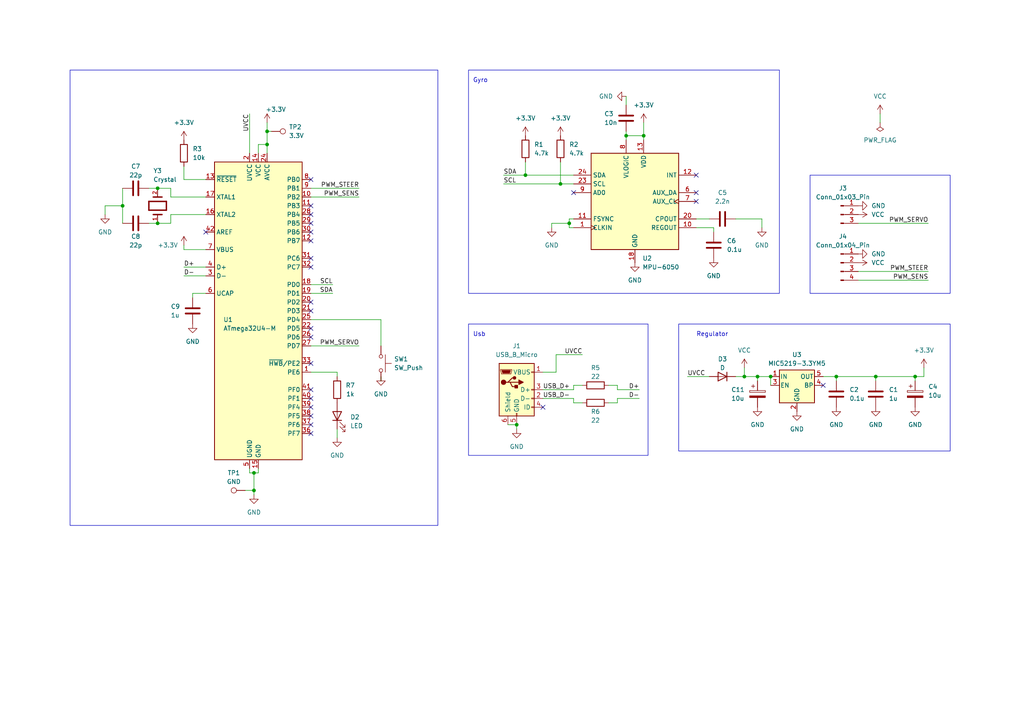
<source format=kicad_sch>
(kicad_sch (version 20230121) (generator eeschema)
  (paper "A4")
  (lib_symbols
    (symbol "Connector:Conn_01x03_Pin" (pin_names (offset 1.016) hide)
      (property "Reference" "J" (at 0 5.08 0))
      (property "Value" "Conn_01x03_Pin" (at 0 -5.08 0))
      (symbol "Conn_01x03_Pin_1_1"
        (polyline (pts (xy 1.27 -2.54) (xy 0.8636 -2.54)) (stroke (width 0.1524)))
        (polyline (pts (xy 1.27 0) (xy 0.8636 0)) (stroke (width 0.1524)))
        (polyline (pts (xy 1.27 2.54) (xy 0.8636 2.54)) (stroke (width 0.1524)))
        (rectangle (start 0.8636 -2.413) (end 0 -2.667) (stroke (width 0.1524)) (fill (type outline)))
        (rectangle (start 0.8636 0.127) (end 0 -0.127) (stroke (width 0.1524)) (fill (type outline)))
        (rectangle (start 0.8636 2.667) (end 0 2.413) (stroke (width 0.1524)) (fill (type outline)))
        (pin passive line (at 5.08 2.54 180) (length 3.81) (name "Pin_1") (number "1"))
        (pin passive line (at 5.08 0 180) (length 3.81) (name "Pin_2") (number "2"))
        (pin passive line (at 5.08 -2.54 180) (length 3.81) (name "Pin_3") (number "3"))
      )
    )
    (symbol "Connector:Conn_01x04_Pin" (pin_names (offset 1.016) hide)
      (property "Reference" "J" (at 0 5.08 0))
      (property "Value" "Conn_01x04_Pin" (at 0 -7.62 0))
      (symbol "Conn_01x04_Pin_1_1"
        (polyline (pts (xy 1.27 -5.08) (xy 0.8636 -5.08)) (stroke (width 0.1524)))
        (polyline (pts (xy 1.27 -2.54) (xy 0.8636 -2.54)) (stroke (width 0.1524)))
        (polyline (pts (xy 1.27 0) (xy 0.8636 0)) (stroke (width 0.1524)))
        (polyline (pts (xy 1.27 2.54) (xy 0.8636 2.54)) (stroke (width 0.1524)))
        (rectangle (start 0.8636 -4.953) (end 0 -5.207) (stroke (width 0.1524)) (fill (type outline)))
        (rectangle (start 0.8636 -2.413) (end 0 -2.667) (stroke (width 0.1524)) (fill (type outline)))
        (rectangle (start 0.8636 0.127) (end 0 -0.127) (stroke (width 0.1524)) (fill (type outline)))
        (rectangle (start 0.8636 2.667) (end 0 2.413) (stroke (width 0.1524)) (fill (type outline)))
        (pin passive line (at 5.08 2.54 180) (length 3.81) (name "Pin_1") (number "1"))
        (pin passive line (at 5.08 0 180) (length 3.81) (name "Pin_2") (number "2"))
        (pin passive line (at 5.08 -2.54 180) (length 3.81) (name "Pin_3") (number "3"))
        (pin passive line (at 5.08 -5.08 180) (length 3.81) (name "Pin_4") (number "4"))
      )
    )
    (symbol "Connector:TestPoint" (pin_numbers hide) (pin_names (offset 0.762) hide)
      (property "Reference" "TP" (at 0 6.858 0))
      (property "Value" "TestPoint" (at 0 5.08 0))
      (symbol "TestPoint_0_1"
        (circle (center 0 3.302) (radius 0.762))
      )
      (symbol "TestPoint_1_1"
        (pin passive line (at 0 0 90) (length 2.54) (name "1") (number "1"))
      )
    )
    (symbol "Connector:USB_B_Micro" (pin_names (offset 1.016))
      (property "Reference" "J" (at -5.08 11.43 0))
      (property "Value" "USB_B_Micro" (at -5.08 8.89 0))
      (symbol "USB_B_Micro_0_1"
        (rectangle (start -5.08 -7.62) (end 5.08 7.62) (stroke (width 0.254)) (fill (type background)))
        (circle (center -3.81 2.159) (radius 0.635) (stroke (width 0.254)) (fill (type outline)))
        (circle (center -0.635 3.429) (radius 0.381) (stroke (width 0.254)) (fill (type outline)))
        (rectangle (start -0.127 -7.62) (end 0.127 -6.858))
        (polyline (pts (xy -1.905 2.159) (xy 0.635 2.159)) (stroke (width 0.254)))
        (polyline (pts (xy -3.175 2.159) (xy -2.54 2.159) (xy -1.27 3.429) (xy -0.635 3.429)) (stroke (width 0.254)))
        (polyline (pts (xy -2.54 2.159) (xy -1.905 2.159) (xy -1.27 0.889) (xy 0 0.889)) (stroke (width 0.254)))
        (polyline (pts (xy 0.635 2.794) (xy 0.635 1.524) (xy 1.905 2.159) (xy 0.635 2.794)) (stroke (width 0.254)) (fill (type outline)))
        (polyline (pts (xy -4.318 5.588) (xy -1.778 5.588) (xy -2.032 4.826) (xy -4.064 4.826) (xy -4.318 5.588)) (fill (type outline)))
        (polyline (pts (xy -4.699 5.842) (xy -4.699 5.588) (xy -4.445 4.826) (xy -4.445 4.572) (xy -1.651 4.572) (xy -1.651 4.826) (xy -1.397 5.588) (xy -1.397 5.842) (xy -4.699 5.842)))
        (rectangle (start 0.254 1.27) (end -0.508 0.508) (stroke (width 0.254)) (fill (type outline)))
        (rectangle (start 5.08 -5.207) (end 4.318 -4.953))
        (rectangle (start 5.08 -2.667) (end 4.318 -2.413))
        (rectangle (start 5.08 -0.127) (end 4.318 0.127))
        (rectangle (start 5.08 4.953) (end 4.318 5.207))
      )
      (symbol "USB_B_Micro_1_1"
        (pin power_out line (at 7.62 5.08 180) (length 2.54) (name "VBUS") (number "1"))
        (pin bidirectional line (at 7.62 -2.54 180) (length 2.54) (name "D-") (number "2"))
        (pin bidirectional line (at 7.62 0 180) (length 2.54) (name "D+") (number "3"))
        (pin passive line (at 7.62 -5.08 180) (length 2.54) (name "ID") (number "4"))
        (pin power_out line (at 0 -10.16 90) (length 2.54) (name "GND") (number "5"))
        (pin passive line (at -2.54 -10.16 90) (length 2.54) (name "Shield") (number "6"))
      )
    )
    (symbol "Device:C" (pin_numbers hide) (pin_names (offset 0.254))
      (property "Reference" "C" (at 0.635 2.54 0))
      (property "Value" "C" (at 0.635 -2.54 0))
      (symbol "C_0_1"
        (polyline (pts (xy -2.032 -0.762) (xy 2.032 -0.762)) (stroke (width 0.508)))
        (polyline (pts (xy -2.032 0.762) (xy 2.032 0.762)) (stroke (width 0.508)))
      )
      (symbol "C_1_1"
        (pin passive line (at 0 3.81 270) (length 2.794) (name "~") (number "1"))
        (pin passive line (at 0 -3.81 90) (length 2.794) (name "~") (number "2"))
      )
    )
    (symbol "Device:C_Polarized" (pin_numbers hide) (pin_names (offset 0.254))
      (property "Reference" "C" (at 0.635 2.54 0))
      (property "Value" "C_Polarized" (at 0.635 -2.54 0))
      (symbol "C_Polarized_0_1"
        (rectangle (start -2.286 0.508) (end 2.286 1.016))
        (polyline (pts (xy -1.778 2.286) (xy -0.762 2.286)))
        (polyline (pts (xy -1.27 2.794) (xy -1.27 1.778)))
        (rectangle (start 2.286 -0.508) (end -2.286 -1.016) (fill (type outline)))
      )
      (symbol "C_Polarized_1_1"
        (pin passive line (at 0 3.81 270) (length 2.794) (name "~") (number "1"))
        (pin passive line (at 0 -3.81 90) (length 2.794) (name "~") (number "2"))
      )
    )
    (symbol "Device:D" (pin_numbers hide) (pin_names (offset 1.016) hide)
      (property "Reference" "D" (at 0 2.54 0))
      (property "Value" "D" (at 0 -2.54 0))
      (symbol "D_0_1"
        (polyline (pts (xy -1.27 1.27) (xy -1.27 -1.27)) (stroke (width 0.254)))
        (polyline (pts (xy 1.27 0) (xy -1.27 0)))
        (polyline (pts (xy 1.27 1.27) (xy 1.27 -1.27) (xy -1.27 0) (xy 1.27 1.27)) (stroke (width 0.254)))
      )
      (symbol "D_1_1"
        (pin passive line (at -3.81 0 0) (length 2.54) (name "K") (number "1"))
        (pin passive line (at 3.81 0 180) (length 2.54) (name "A") (number "2"))
      )
    )
    (symbol "Device:LED" (pin_numbers hide) (pin_names (offset 1.016) hide)
      (property "Reference" "D" (at 0 2.54 0))
      (property "Value" "LED" (at 0 -2.54 0))
      (symbol "LED_0_1"
        (polyline (pts (xy -1.27 -1.27) (xy -1.27 1.27)) (stroke (width 0.254)))
        (polyline (pts (xy -1.27 0) (xy 1.27 0)))
        (polyline (pts (xy 1.27 -1.27) (xy 1.27 1.27) (xy -1.27 0) (xy 1.27 -1.27)) (stroke (width 0.254)))
        (polyline (pts (xy -3.048 -0.762) (xy -4.572 -2.286) (xy -3.81 -2.286) (xy -4.572 -2.286) (xy -4.572 -1.524)))
        (polyline (pts (xy -1.778 -0.762) (xy -3.302 -2.286) (xy -2.54 -2.286) (xy -3.302 -2.286) (xy -3.302 -1.524)))
      )
      (symbol "LED_1_1"
        (pin passive line (at -3.81 0 0) (length 2.54) (name "K") (number "1"))
        (pin passive line (at 3.81 0 180) (length 2.54) (name "A") (number "2"))
      )
    )
    (symbol "Device:R" (pin_numbers hide) (pin_names (offset 0))
      (property "Reference" "R" (at 2.032 0 90))
      (property "Value" "R" (at 0 0 90))
      (symbol "R_0_1"
        (rectangle (start -1.016 -2.54) (end 1.016 2.54) (stroke (width 0.254)))
      )
      (symbol "R_1_1"
        (pin passive line (at 0 3.81 270) (length 1.27) (name "~") (number "1"))
        (pin passive line (at 0 -3.81 90) (length 1.27) (name "~") (number "2"))
      )
    )
    (symbol "MCU_Microchip_ATmega:ATmega32U4-M"
      (property "Reference" "U" (at -12.7 44.45 0))
      (property "Value" "ATmega32U4-M" (at 2.54 -44.45 0))
      (symbol "ATmega32U4-M_0_1"
        (rectangle (start -12.7 -43.18) (end 12.7 43.18) (stroke (width 0.254)) (fill (type background)))
      )
      (symbol "ATmega32U4-M_1_1"
        (pin bidirectional line (at 15.24 -17.78 180) (length 2.54) (name "PE6") (number "1"))
        (pin bidirectional line (at 15.24 33.02 180) (length 2.54) (name "PB2") (number "10"))
        (pin bidirectional line (at 15.24 30.48 180) (length 2.54) (name "PB3") (number "11"))
        (pin bidirectional line (at 15.24 20.32 180) (length 2.54) (name "PB7") (number "12"))
        (pin input line (at -15.24 38.1 0) (length 2.54) (name "~{RESET}") (number "13"))
        (pin power_in line (at 0 45.72 270) (length 2.54) (name "VCC") (number "14"))
        (pin power_in line (at 0 -45.72 90) (length 2.54) (name "GND") (number "15"))
        (pin output line (at -15.24 27.94 0) (length 2.54) (name "XTAL2") (number "16"))
        (pin input line (at -15.24 33.02 0) (length 2.54) (name "XTAL1") (number "17"))
        (pin bidirectional line (at 15.24 7.62 180) (length 2.54) (name "PD0") (number "18"))
        (pin bidirectional line (at 15.24 5.08 180) (length 2.54) (name "PD1") (number "19"))
        (pin power_in line (at -2.54 45.72 270) (length 2.54) (name "UVCC") (number "2"))
        (pin bidirectional line (at 15.24 2.54 180) (length 2.54) (name "PD2") (number "20"))
        (pin bidirectional line (at 15.24 0 180) (length 2.54) (name "PD3") (number "21"))
        (pin bidirectional line (at 15.24 -5.08 180) (length 2.54) (name "PD5") (number "22"))
        (pin passive line (at 0 -45.72 90) (length 2.54) hide (name "GND") (number "23"))
        (pin power_in line (at 2.54 45.72 270) (length 2.54) (name "AVCC") (number "24"))
        (pin bidirectional line (at 15.24 -2.54 180) (length 2.54) (name "PD4") (number "25"))
        (pin bidirectional line (at 15.24 -7.62 180) (length 2.54) (name "PD6") (number "26"))
        (pin bidirectional line (at 15.24 -10.16 180) (length 2.54) (name "PD7") (number "27"))
        (pin bidirectional line (at 15.24 27.94 180) (length 2.54) (name "PB4") (number "28"))
        (pin bidirectional line (at 15.24 25.4 180) (length 2.54) (name "PB5") (number "29"))
        (pin bidirectional line (at -15.24 10.16 0) (length 2.54) (name "D-") (number "3"))
        (pin bidirectional line (at 15.24 22.86 180) (length 2.54) (name "PB6") (number "30"))
        (pin bidirectional line (at 15.24 15.24 180) (length 2.54) (name "PC6") (number "31"))
        (pin bidirectional line (at 15.24 12.7 180) (length 2.54) (name "PC7") (number "32"))
        (pin bidirectional line (at 15.24 -15.24 180) (length 2.54) (name "~{HWB}/PE2") (number "33"))
        (pin passive line (at 0 45.72 270) (length 2.54) hide (name "VCC") (number "34"))
        (pin passive line (at 0 -45.72 90) (length 2.54) hide (name "GND") (number "35"))
        (pin bidirectional line (at 15.24 -35.56 180) (length 2.54) (name "PF7") (number "36"))
        (pin bidirectional line (at 15.24 -33.02 180) (length 2.54) (name "PF6") (number "37"))
        (pin bidirectional line (at 15.24 -30.48 180) (length 2.54) (name "PF5") (number "38"))
        (pin bidirectional line (at 15.24 -27.94 180) (length 2.54) (name "PF4") (number "39"))
        (pin bidirectional line (at -15.24 12.7 0) (length 2.54) (name "D+") (number "4"))
        (pin bidirectional line (at 15.24 -25.4 180) (length 2.54) (name "PF1") (number "40"))
        (pin bidirectional line (at 15.24 -22.86 180) (length 2.54) (name "PF0") (number "41"))
        (pin passive line (at -15.24 22.86 0) (length 2.54) (name "AREF") (number "42"))
        (pin passive line (at 0 -45.72 90) (length 2.54) hide (name "GND") (number "43"))
        (pin passive line (at 2.54 45.72 270) (length 2.54) hide (name "AVCC") (number "44"))
        (pin passive line (at 0 -45.72 90) (length 2.54) hide (name "GND") (number "45"))
        (pin passive line (at -2.54 -45.72 90) (length 2.54) (name "UGND") (number "5"))
        (pin passive line (at -15.24 5.08 0) (length 2.54) (name "UCAP") (number "6"))
        (pin input line (at -15.24 17.78 0) (length 2.54) (name "VBUS") (number "7"))
        (pin bidirectional line (at 15.24 38.1 180) (length 2.54) (name "PB0") (number "8"))
        (pin bidirectional line (at 15.24 35.56 180) (length 2.54) (name "PB1") (number "9"))
      )
    )
    (symbol "Regulator_Linear:MIC5219-3.3YM5" (pin_names (offset 0.254))
      (property "Reference" "U" (at -3.81 5.715 0))
      (property "Value" "MIC5219-3.3YM5" (at 0 5.715 0))
      (symbol "MIC5219-3.3YM5_0_1"
        (rectangle (start -5.08 4.445) (end 5.08 -5.08) (stroke (width 0.254)) (fill (type background)))
      )
      (symbol "MIC5219-3.3YM5_1_1"
        (pin power_in line (at -7.62 2.54 0) (length 2.54) (name "IN") (number "1"))
        (pin power_in line (at 0 -7.62 90) (length 2.54) (name "GND") (number "2"))
        (pin input line (at -7.62 0 0) (length 2.54) (name "EN") (number "3"))
        (pin input line (at 7.62 0 180) (length 2.54) (name "BP") (number "4"))
        (pin power_out line (at 7.62 2.54 180) (length 2.54) (name "OUT") (number "5"))
      )
    )
    (symbol "Sensor_Motion:MPU-6050"
      (property "Reference" "U" (at -11.43 13.97 0))
      (property "Value" "MPU-6050" (at 7.62 -15.24 0))
      (symbol "MPU-6050_0_0"
        (text "" (at 12.7 -2.54 0) (effects (font (size 1.27 1.27))))
      )
      (symbol "MPU-6050_0_1"
        (rectangle (start -12.7 13.97) (end 12.7 -13.97) (stroke (width 0.254)) (fill (type background)))
      )
      (symbol "MPU-6050_1_1"
        (pin input clock (at -17.78 -7.62 0) (length 5.08) (name "CLKIN") (number "1"))
        (pin passive line (at 17.78 -7.62 180) (length 5.08) (name "REGOUT") (number "10"))
        (pin input line (at -17.78 -5.08 0) (length 5.08) (name "FSYNC") (number "11"))
        (pin output line (at 17.78 7.62 180) (length 5.08) (name "INT") (number "12"))
        (pin power_in line (at 2.54 17.78 270) (length 3.81) (name "VDD") (number "13"))
        (pin no_connect line (at -12.7 -10.16 0) (length 2.54) hide (name "NC") (number "14"))
        (pin no_connect line (at 12.7 12.7 180) (length 2.54) hide (name "NC") (number "15"))
        (pin no_connect line (at 12.7 10.16 180) (length 2.54) hide (name "NC") (number "16"))
        (pin no_connect line (at 12.7 5.08 180) (length 2.54) hide (name "NC") (number "17"))
        (pin power_in line (at 0 -17.78 90) (length 3.81) (name "GND") (number "18"))
        (pin no_connect line (at 12.7 -10.16 180) (length 2.54) hide (name "RESV") (number "19"))
        (pin no_connect line (at -12.7 12.7 0) (length 2.54) hide (name "NC") (number "2"))
        (pin passive line (at 17.78 -5.08 180) (length 5.08) (name "CPOUT") (number "20"))
        (pin no_connect line (at 12.7 -2.54 180) (length 2.54) hide (name "RESV") (number "21"))
        (pin no_connect line (at 12.7 -12.7 180) (length 2.54) hide (name "RESV") (number "22"))
        (pin input line (at -17.78 5.08 0) (length 5.08) (name "SCL") (number "23"))
        (pin bidirectional line (at -17.78 7.62 0) (length 5.08) (name "SDA") (number "24"))
        (pin no_connect line (at -12.7 10.16 0) (length 2.54) hide (name "NC") (number "3"))
        (pin no_connect line (at -12.7 0 0) (length 2.54) hide (name "NC") (number "4"))
        (pin no_connect line (at -12.7 -2.54 0) (length 2.54) hide (name "NC") (number "5"))
        (pin bidirectional line (at 17.78 2.54 180) (length 5.08) (name "AUX_DA") (number "6"))
        (pin output clock (at 17.78 0 180) (length 5.08) (name "AUX_CL") (number "7"))
        (pin power_in line (at -2.54 17.78 270) (length 3.81) (name "VLOGIC") (number "8"))
        (pin input line (at -17.78 2.54 0) (length 5.08) (name "AD0") (number "9"))
      )
    )
    (symbol "Switch:SW_Push" (pin_numbers hide) (pin_names (offset 1.016) hide)
      (property "Reference" "SW" (at 1.27 2.54 0))
      (property "Value" "SW_Push" (at 0 -1.524 0))
      (symbol "SW_Push_0_1"
        (circle (center -2.032 0) (radius 0.508))
        (polyline (pts (xy 0 1.27) (xy 0 3.048)))
        (polyline (pts (xy 2.54 1.27) (xy -2.54 1.27)))
        (circle (center 2.032 0) (radius 0.508))
        (pin passive line (at -5.08 0 0) (length 2.54) (name "1") (number "1"))
        (pin passive line (at 5.08 0 180) (length 2.54) (name "2") (number "2"))
      )
    )
    (symbol "arduino_micro_crystal:arduino_micro_crystal" (pin_names (offset 1.016))
      (property "Reference" "Y" (at 0 3.81 0))
      (property "Value" "Crystal" (at -2.54 -5.08 0))
      (symbol "arduino_micro_crystal_0_0"
        (polyline (pts (xy -5.08 0) (xy -2.54 0)) (stroke (width 0.1524)))
        (polyline (pts (xy -2.54 1.27) (xy -2.54 -1.27)) (stroke (width 0.4064)))
        (polyline (pts (xy -1.27 2.54) (xy -1.27 -2.54)) (stroke (width 0.4064)))
        (polyline (pts (xy -1.27 2.54) (xy 1.27 2.54)) (stroke (width 0.4064)))
        (polyline (pts (xy 1.27 -2.54) (xy -1.27 -2.54)) (stroke (width 0.4064)))
        (polyline (pts (xy 1.27 2.54) (xy 1.27 -2.54)) (stroke (width 0.4064)))
        (polyline (pts (xy 2.54 0) (xy 5.08 0)) (stroke (width 0.1524)))
        (polyline (pts (xy 2.54 1.27) (xy 2.54 -1.27)) (stroke (width 0.4064)))
      )
      (symbol "arduino_micro_crystal_1_0"
        (pin passive line (at -5.08 0 0) (length 2.54) (name "~") (number "1"))
        (pin passive line (at 5.08 0 180) (length 2.54) (name "~") (number "2"))
      )
    )
    (symbol "power:+3.3V" (power) (pin_names (offset 0))
      (property "Value" "+3.3V" (at 0 3.556 0))
      (symbol "+3.3V_0_1"
        (polyline (pts (xy -0.762 1.27) (xy 0 2.54)))
        (polyline (pts (xy 0 0) (xy 0 2.54)))
        (polyline (pts (xy 0 2.54) (xy 0.762 1.27)))
      )
      (symbol "+3.3V_1_1"
        (pin power_in line (at 0 0 90) (length 0) hide (name "+3.3V") (number "1"))
      )
    )
    (symbol "power:GND" (power) (pin_names (offset 0))
      (property "Value" "GND" (at 0 -3.81 0))
      (symbol "GND_0_1"
        (polyline (pts (xy 0 0) (xy 0 -1.27) (xy 1.27 -1.27) (xy 0 -2.54) (xy -1.27 -1.27) (xy 0 -1.27)))
      )
      (symbol "GND_1_1"
        (pin power_in line (at 0 0 270) (length 0) hide (name "GND") (number "1"))
      )
    )
    (symbol "power:PWR_FLAG" (power) (pin_numbers hide) (pin_names (offset 0) hide)
      (property "Value" "PWR_FLAG" (at 0 3.81 0))
      (symbol "PWR_FLAG_0_0"
        (pin power_out line (at 0 0 90) (length 0) (name "pwr") (number "1"))
      )
      (symbol "PWR_FLAG_0_1"
        (polyline (pts (xy 0 0) (xy 0 1.27) (xy -1.016 1.905) (xy 0 2.54) (xy 1.016 1.905) (xy 0 1.27)))
      )
    )
    (symbol "power:VCC" (power) (pin_names (offset 0))
      (property "Value" "VCC" (at 0 3.81 0))
      (symbol "VCC_0_1"
        (polyline (pts (xy -0.762 1.27) (xy 0 2.54)))
        (polyline (pts (xy 0 0) (xy 0 2.54)))
        (polyline (pts (xy 0 2.54) (xy 0.762 1.27)))
      )
      (symbol "VCC_1_1"
        (pin power_in line (at 0 0 90) (length 0) hide (name "VCC") (number "1"))
      )
    )
  )
  (junction (at 215.9 109.22))
  (junction (at 149.86 123.19))
  (junction (at 223.52 109.22))
  (junction (at 242.57 109.22))
  (junction (at 77.47 41.91))
  (junction (at 162.56 53.34))
  (junction (at 219.71 109.22))
  (junction (at 254 109.22))
  (junction (at 77.47 38.1))
  (junction (at 165.1 64.77))
  (junction (at 35.56 59.69))
  (junction (at 181.61 39.37))
  (junction (at 152.4 50.8))
  (junction (at 265.43 109.22))
  (junction (at 45.72 64.77))
  (junction (at 45.72 54.61))
  (junction (at 73.66 137.16))
  (junction (at 186.69 39.37))
  (junction (at 73.66 142.24))
  (no_connect (at 90.17 52.07))
  (no_connect (at 90.17 113.03))
  (no_connect (at 90.17 95.25))
  (no_connect (at 90.17 125.73))
  (no_connect (at 90.17 74.93))
  (no_connect (at 90.17 87.63))
  (no_connect (at 90.17 67.31))
  (no_connect (at 201.93 58.42))
  (no_connect (at 90.17 97.79))
  (no_connect (at 238.76 111.76))
  (no_connect (at 90.17 115.57))
  (no_connect (at 90.17 69.85))
  (no_connect (at 157.48 118.11))
  (no_connect (at 90.17 64.77))
  (no_connect (at 90.17 77.47))
  (no_connect (at 90.17 59.69))
  (no_connect (at 90.17 118.11))
  (no_connect (at 90.17 90.17))
  (no_connect (at 166.37 55.88))
  (no_connect (at 201.93 55.88))
  (no_connect (at 201.93 50.8))
  (no_connect (at 90.17 120.65))
  (no_connect (at 90.17 123.19))
  (no_connect (at 90.17 105.41))
  (no_connect (at 59.69 67.31))
  (no_connect (at 90.17 62.23))
  (wire (pts (xy 161.29 107.95) (xy 157.48 107.95)))
  (wire (pts (xy 35.56 59.69) (xy 35.56 64.77)))
  (wire (pts (xy 254 109.22) (xy 254 110.49)))
  (wire (pts (xy 215.9 109.22) (xy 215.9 106.68)))
  (wire (pts (xy 242.57 109.22) (xy 254 109.22)))
  (wire (pts (xy 53.34 72.39) (xy 59.69 72.39)))
  (wire (pts (xy 267.97 109.22) (xy 267.97 106.68)))
  (wire (pts (xy 59.69 52.07) (xy 53.34 52.07)))
  (wire (pts (xy 166.37 113.03) (xy 166.37 111.76)))
  (wire (pts (xy 72.39 137.16) (xy 72.39 135.89)))
  (wire (pts (xy 201.93 66.04) (xy 207.01 66.04)))
  (wire (pts (xy 165.1 63.5) (xy 166.37 63.5)))
  (wire (pts (xy 110.49 92.71) (xy 90.17 92.71)))
  (wire (pts (xy 90.17 85.09) (xy 96.52 85.09)))
  (wire (pts (xy 162.56 53.34) (xy 166.37 53.34)))
  (wire (pts (xy 77.47 38.1) (xy 77.47 41.91)))
  (wire (pts (xy 162.56 46.99) (xy 162.56 53.34)))
  (wire (pts (xy 220.98 63.5) (xy 213.36 63.5)))
  (wire (pts (xy 254 109.22) (xy 265.43 109.22)))
  (wire (pts (xy 71.12 142.24) (xy 73.66 142.24)))
  (wire (pts (xy 166.37 111.76) (xy 168.91 111.76)))
  (wire (pts (xy 35.56 54.61) (xy 35.56 59.69)))
  (wire (pts (xy 179.07 116.84) (xy 176.53 116.84)))
  (wire (pts (xy 146.05 53.34) (xy 162.56 53.34)))
  (wire (pts (xy 90.17 100.33) (xy 104.14 100.33)))
  (wire (pts (xy 157.48 115.57) (xy 166.37 115.57)))
  (wire (pts (xy 72.39 137.16) (xy 73.66 137.16)))
  (wire (pts (xy 45.72 54.61) (xy 49.53 54.61)))
  (wire (pts (xy 176.53 111.76) (xy 179.07 111.76)))
  (wire (pts (xy 149.86 124.46) (xy 149.86 123.19)))
  (wire (pts (xy 30.48 59.69) (xy 30.48 62.23)))
  (wire (pts (xy 74.93 137.16) (xy 74.93 135.89)))
  (wire (pts (xy 185.42 115.57) (xy 179.07 115.57)))
  (wire (pts (xy 49.53 62.23) (xy 59.69 62.23)))
  (wire (pts (xy 181.61 39.37) (xy 181.61 40.64)))
  (wire (pts (xy 165.1 63.5) (xy 165.1 64.77)))
  (wire (pts (xy 97.79 107.95) (xy 97.79 109.22)))
  (wire (pts (xy 49.53 62.23) (xy 49.53 64.77)))
  (wire (pts (xy 72.39 33.02) (xy 72.39 44.45)))
  (wire (pts (xy 181.61 39.37) (xy 186.69 39.37)))
  (wire (pts (xy 43.18 64.77) (xy 45.72 64.77)))
  (wire (pts (xy 265.43 109.22) (xy 267.97 109.22)))
  (wire (pts (xy 74.93 41.91) (xy 74.93 44.45)))
  (wire (pts (xy 77.47 41.91) (xy 77.47 44.45)))
  (wire (pts (xy 73.66 142.24) (xy 73.66 137.16)))
  (wire (pts (xy 165.1 66.04) (xy 166.37 66.04)))
  (wire (pts (xy 74.93 41.91) (xy 77.47 41.91)))
  (wire (pts (xy 49.53 57.15) (xy 49.53 54.61)))
  (wire (pts (xy 53.34 77.47) (xy 59.69 77.47)))
  (wire (pts (xy 179.07 111.76) (xy 179.07 113.03)))
  (wire (pts (xy 179.07 113.03) (xy 185.42 113.03)))
  (wire (pts (xy 220.98 66.04) (xy 220.98 63.5)))
  (wire (pts (xy 248.92 81.28) (xy 269.24 81.28)))
  (wire (pts (xy 186.69 35.56) (xy 186.69 39.37)))
  (wire (pts (xy 161.29 102.87) (xy 161.29 107.95)))
  (wire (pts (xy 73.66 137.16) (xy 74.93 137.16)))
  (wire (pts (xy 53.34 80.01) (xy 59.69 80.01)))
  (wire (pts (xy 110.49 110.49) (xy 110.49 109.22)))
  (wire (pts (xy 90.17 57.15) (xy 104.14 57.15)))
  (wire (pts (xy 255.27 33.02) (xy 255.27 35.56)))
  (wire (pts (xy 90.17 107.95) (xy 97.79 107.95)))
  (wire (pts (xy 55.88 85.09) (xy 55.88 86.36)))
  (wire (pts (xy 147.32 123.19) (xy 149.86 123.19)))
  (wire (pts (xy 213.36 109.22) (xy 215.9 109.22)))
  (wire (pts (xy 168.91 116.84) (xy 166.37 116.84)))
  (wire (pts (xy 186.69 39.37) (xy 186.69 40.64)))
  (wire (pts (xy 77.47 35.56) (xy 77.47 38.1)))
  (wire (pts (xy 207.01 66.04) (xy 207.01 67.31)))
  (wire (pts (xy 45.72 64.77) (xy 49.53 64.77)))
  (wire (pts (xy 219.71 110.49) (xy 219.71 109.22)))
  (wire (pts (xy 181.61 38.1) (xy 181.61 39.37)))
  (wire (pts (xy 90.17 82.55) (xy 96.52 82.55)))
  (wire (pts (xy 97.79 127) (xy 97.79 124.46)))
  (wire (pts (xy 248.92 64.77) (xy 269.24 64.77)))
  (wire (pts (xy 248.92 78.74) (xy 269.24 78.74)))
  (wire (pts (xy 265.43 109.22) (xy 265.43 110.49)))
  (wire (pts (xy 181.61 27.94) (xy 181.61 30.48)))
  (wire (pts (xy 59.69 85.09) (xy 55.88 85.09)))
  (wire (pts (xy 199.39 109.22) (xy 205.74 109.22)))
  (wire (pts (xy 30.48 59.69) (xy 35.56 59.69)))
  (wire (pts (xy 53.34 72.39) (xy 53.34 71.12)))
  (wire (pts (xy 219.71 109.22) (xy 223.52 109.22)))
  (wire (pts (xy 90.17 54.61) (xy 104.14 54.61)))
  (wire (pts (xy 157.48 113.03) (xy 166.37 113.03)))
  (wire (pts (xy 49.53 57.15) (xy 59.69 57.15)))
  (wire (pts (xy 223.52 109.22) (xy 223.52 111.76)))
  (wire (pts (xy 146.05 50.8) (xy 152.4 50.8)))
  (wire (pts (xy 152.4 46.99) (xy 152.4 50.8)))
  (wire (pts (xy 77.47 38.1) (xy 78.74 38.1)))
  (wire (pts (xy 110.49 100.33) (xy 110.49 92.71)))
  (wire (pts (xy 238.76 109.22) (xy 242.57 109.22)))
  (wire (pts (xy 161.29 102.87) (xy 168.91 102.87)))
  (wire (pts (xy 160.02 64.77) (xy 165.1 64.77)))
  (wire (pts (xy 160.02 64.77) (xy 160.02 66.04)))
  (wire (pts (xy 242.57 110.49) (xy 242.57 109.22)))
  (wire (pts (xy 165.1 64.77) (xy 165.1 66.04)))
  (wire (pts (xy 215.9 109.22) (xy 219.71 109.22)))
  (wire (pts (xy 43.18 54.61) (xy 45.72 54.61)))
  (wire (pts (xy 73.66 143.51) (xy 73.66 142.24)))
  (wire (pts (xy 166.37 116.84) (xy 166.37 115.57)))
  (wire (pts (xy 201.93 63.5) (xy 205.74 63.5)))
  (wire (pts (xy 152.4 50.8) (xy 166.37 50.8)))
  (wire (pts (xy 53.34 52.07) (xy 53.34 48.26)))
  (wire (pts (xy 179.07 115.57) (xy 179.07 116.84)))
  (rectangle (start 234.95 50.8) (end 275.59 85.09))
  (rectangle (start 20.32 20.32) (end 127 152.4))
  (rectangle (start 135.89 20.32) (end 226.06 85.09))
  (rectangle (start 135.89 93.98) (end 187.96 132.08))
  (rectangle (start 196.85 93.98) (end 275.59 130.81))
  (text "Regulator" (at 201.93 97.79 0) (effects (font (size 1.27 1.27)) (justify left bottom)))
  (text "Usb" (at 137.16 97.79 0) (effects (font (size 1.27 1.27)) (justify left bottom)))
  (text "Gyro" (at 137.16 24.13 0) (effects (font (size 1.27 1.27)) (justify left bottom)))
  (label "D+" (at 185.42 113.03 180))
  (label "USB_D+" (at 157.48 113.03 0))
  (label "SCL" (at 96.52 82.55 180))
  (label "PWM_STEER" (at 104.14 54.61 180))
  (label "PWM_SENS" (at 104.14 57.15 180))
  (label "D-" (at 53.34 80.01 0))
  (label "UVCC" (at 199.39 109.22 0))
  (label "UVCC" (at 72.39 33.02 270))
  (label "D-" (at 185.42 115.57 180))
  (label "PWM_STEER" (at 269.24 78.74 180))
  (label "USB_D-" (at 157.48 115.57 0))
  (label "SDA" (at 146.05 50.8 0))
  (label "UVCC" (at 168.91 102.87 180))
  (label "SDA" (at 96.52 85.09 180))
  (label "PWM_SENS" (at 269.24 81.28 180))
  (label "SCL" (at 146.05 53.34 0))
  (label "PWM_SERVO" (at 269.24 64.77 180))
  (label "D+" (at 53.34 77.47 0))
  (label "PWM_SERVO" (at 104.14 100.33 180))
  (symbol (lib_id "Device:C") (at 39.37 64.77 90) (unit 1)
    (property "Reference" "C8" (at 39.37 68.58 90))
    (property "Value" "22p" (at 39.37 71.12 90))
    (property "Footprint" "Capacitor_SMD:C_0402_1005Metric_Pad0.74x0.62mm_HandSolder" (effects hide))
  )
  (symbol (lib_id "power:GND") (at 265.43 118.11 0) (unit 1)
    (property "Reference" "#PWR030" (effects hide))
    (property "Value" "GND" (at 265.43 123.19 0))
  )
  (symbol (lib_id "Device:C") (at 55.88 90.17 0) (unit 1)
    (property "Reference" "C9" (at 49.53 88.9 0) (effects (justify left)))
    (property "Value" "1u" (at 49.53 91.44 0) (effects (justify left)))
    (property "Footprint" "Capacitor_SMD:C_0402_1005Metric_Pad0.74x0.62mm_HandSolder" (effects hide))
  )
  (symbol (lib_id "Switch:SW_Push") (at 110.49 105.41 270) (unit 1)
    (property "Reference" "SW1" (at 114.3 104.14 90) (effects (justify left)))
    (property "Value" "SW_Push" (at 114.3 106.68 90) (effects (justify left)))
    (property "Footprint" "Button_Switch_SMD:SW_Push_1P1T_NO_Vertical_Wuerth_434133025816" (effects hide))
  )
  (symbol (lib_id "power:GND") (at 248.92 73.66 90) (unit 1)
    (property "Reference" "#PWR016" (effects hide))
    (property "Value" "GND" (at 252.73 73.66 90) (effects (justify right)))
  )
  (symbol (lib_id "power:VCC") (at 255.27 33.02 0) (unit 1)
    (property "Reference" "#PWR028" (effects hide))
    (property "Value" "VCC" (at 255.27 27.94 0))
  )
  (symbol (lib_id "power:GND") (at 149.86 124.46 0) (unit 1)
    (property "Reference" "#PWR026" (effects hide))
    (property "Value" "GND" (at 149.86 129.54 0))
  )
  (symbol (lib_id "Device:R") (at 97.79 113.03 0) (unit 1)
    (property "Reference" "R7" (at 101.6 111.76 0))
    (property "Value" "1k" (at 101.6 114.3 0))
    (property "Footprint" "Resistor_SMD:R_0402_1005Metric_Pad0.72x0.64mm_HandSolder" (effects hide))
  )
  (symbol (lib_id "Device:C_Polarized") (at 265.43 114.3 0) (unit 1)
    (property "Reference" "C4" (at 269.24 112.141 0) (effects (justify left)))
    (property "Value" "10u" (at 269.24 114.681 0) (effects (justify left)))
    (property "Footprint" "Capacitor_Tantalum_SMD:CP_EIA-3216-18_Kemet-A_Pad1.58x1.35mm_HandSolder" (effects hide))
  )
  (symbol (lib_id "Connector:Conn_01x03_Pin") (at 243.84 62.23 0) (unit 1)
    (property "Reference" "J3" (at 244.475 54.61 0))
    (property "Value" "Conn_01x03_Pin" (at 244.475 57.15 0))
    (property "Footprint" "Connector_PinHeader_1.00mm:PinHeader_1x03_P1.00mm_Vertical" (effects hide))
  )
  (symbol (lib_id "Connector:TestPoint") (at 78.74 38.1 270) (unit 1)
    (property "Reference" "TP2" (at 83.82 36.83 90) (effects (justify left)))
    (property "Value" "3.3V" (at 83.82 39.37 90) (effects (justify left)))
    (property "Footprint" "TestPoint:TestPoint_Pad_D1.5mm" (effects hide))
  )
  (symbol (lib_id "Device:R") (at 172.72 111.76 90) (unit 1)
    (property "Reference" "R5" (at 172.72 106.68 90))
    (property "Value" "22" (at 172.72 109.22 90))
    (property "Footprint" "Resistor_SMD:R_0402_1005Metric_Pad0.72x0.64mm_HandSolder" (effects hide))
  )
  (symbol (lib_id "power:GND") (at 110.49 109.22 0) (unit 1)
    (property "Reference" "#PWR025" (effects hide))
    (property "Value" "GND" (at 110.49 114.3 0))
  )
  (symbol (lib_id "power:VCC") (at 248.92 76.2 270) (unit 1)
    (property "Reference" "#PWR017" (effects hide))
    (property "Value" "VCC" (at 252.73 76.2 90) (effects (justify left)))
  )
  (symbol (lib_id "Device:C") (at 254 114.3 0) (unit 1)
    (property "Reference" "C1" (at 257.81 113.03 0) (effects (justify left)))
    (property "Value" "1u" (at 257.81 115.57 0) (effects (justify left)))
    (property "Footprint" "Capacitor_SMD:C_0402_1005Metric_Pad0.74x0.62mm_HandSolder" (effects hide))
  )
  (symbol (lib_id "power:GND") (at 242.57 118.11 0) (unit 1)
    (property "Reference" "#PWR09" (effects hide))
    (property "Value" "GND" (at 242.57 123.19 0))
  )
  (symbol (lib_id "arduino_micro_crystal:arduino_micro_crystal") (at 45.72 59.69 90) (unit 1)
    (property "Reference" "Y3" (at 44.45 49.53 90) (effects (justify right)))
    (property "Value" "Crystal" (at 44.45 52.07 90) (effects (justify right)))
    (property "Footprint" "arduino_micro_crystal:arduino_micro_crystal" (effects hide))
  )
  (symbol (lib_id "Device:LED") (at 97.79 120.65 90) (unit 1)
    (property "Reference" "D2" (at 101.6 120.9675 90) (effects (justify right)))
    (property "Value" "LED" (at 101.6 123.5075 90) (effects (justify right)))
    (property "Footprint" "LED_SMD:LED_0402_1005Metric_Pad0.77x0.64mm_HandSolder" (effects hide))
  )
  (symbol (lib_id "power:GND") (at 254 118.11 0) (unit 1)
    (property "Reference" "#PWR05" (effects hide))
    (property "Value" "GND" (at 254 123.19 0))
  )
  (symbol (lib_id "power:GND") (at 207.01 74.93 0) (unit 1)
    (property "Reference" "#PWR011" (effects hide))
    (property "Value" "GND" (at 207.01 80.01 0))
  )
  (symbol (lib_id "power:GND") (at 181.61 27.94 270) (unit 1)
    (property "Reference" "#PWR06" (effects hide))
    (property "Value" "GND" (at 177.8 27.94 90) (effects (justify right)))
  )
  (symbol (lib_id "MCU_Microchip_ATmega:ATmega32U4-M") (at 74.93 90.17 0) (unit 1)
    (property "Reference" "U1" (at 64.77 92.71 0) (effects (justify left)))
    (property "Value" "ATmega32U4-M" (at 64.77 95.25 0) (effects (justify left)))
    (property "Footprint" "Package_DFN_QFN:QFN-44-1EP_7x7mm_P0.5mm_EP5.2x5.2mm" (effects hide))
    (property "Datasheet" "http://ww1.microchip.com/downloads/en/DeviceDoc/Atmel-7766-8-bit-AVR-ATmega16U4-32U4_Datasheet.pdf" (effects hide))
  )
  (symbol (lib_id "power:GND") (at 55.88 93.98 0) (unit 1)
    (property "Reference" "#PWR022" (effects hide))
    (property "Value" "GND" (at 55.88 99.06 0))
  )
  (symbol (lib_id "Device:C") (at 242.57 114.3 0) (unit 1)
    (property "Reference" "C2" (at 246.38 113.03 0) (effects (justify left)))
    (property "Value" "0.1u" (at 246.38 115.57 0) (effects (justify left)))
    (property "Footprint" "Capacitor_SMD:C_0402_1005Metric_Pad0.74x0.62mm_HandSolder" (effects hide))
  )
  (symbol (lib_id "power:+3.3V") (at 53.34 71.12 0) (unit 1)
    (property "Reference" "#PWR020" (effects hide))
    (property "Value" "+3.3V" (at 45.72 71.12 0) (effects (justify left)))
  )
  (symbol (lib_id "power:GND") (at 30.48 62.23 0) (unit 1)
    (property "Reference" "#PWR019" (effects hide))
    (property "Value" "GND" (at 30.48 67.31 0))
  )
  (symbol (lib_id "power:GND") (at 73.66 143.51 0) (unit 1)
    (property "Reference" "#PWR021" (effects hide))
    (property "Value" "GND" (at 73.66 148.59 0))
  )
  (symbol (lib_id "Regulator_Linear:MIC5219-3.3YM5") (at 231.14 111.76 0) (unit 1)
    (property "Reference" "U3" (at 231.14 102.87 0))
    (property "Value" "MIC5219-3.3YM5" (at 231.14 105.41 0))
    (property "Footprint" "Package_TO_SOT_SMD:SOT-23-5" (effects hide))
    (property "Datasheet" "http://ww1.microchip.com/downloads/en/DeviceDoc/MIC5219-500mA-Peak-Output-LDO-Regulator-DS20006021A.pdf" (effects hide))
  )
  (symbol (lib_id "Device:C_Polarized") (at 219.71 114.3 0) (unit 1)
    (property "Reference" "C11" (at 212.09 113.03 0) (effects (justify left)))
    (property "Value" "10u" (at 212.09 115.57 0) (effects (justify left)))
    (property "Footprint" "Capacitor_Tantalum_SMD:CP_EIA-3216-18_Kemet-A_Pad1.58x1.35mm_HandSolder" (effects hide))
  )
  (symbol (lib_id "Device:R") (at 162.56 43.18 0) (unit 1)
    (property "Reference" "R2" (at 165.1 41.91 0) (effects (justify left)))
    (property "Value" "4.7k" (at 165.1 44.45 0) (effects (justify left)))
    (property "Footprint" "Resistor_SMD:R_0402_1005Metric_Pad0.72x0.64mm_HandSolder" (effects hide))
  )
  (symbol (lib_id "power:PWR_FLAG") (at 255.27 35.56 180) (unit 1)
    (property "Reference" "#FLG01" (effects hide))
    (property "Value" "PWR_FLAG" (at 255.27 40.64 0))
  )
  (symbol (lib_id "power:+3.3V") (at 77.47 35.56 0) (unit 1)
    (property "Reference" "#PWR023" (effects hide))
    (property "Value" "+3.3V" (at 80.01 31.75 0))
  )
  (symbol (lib_id "power:GND") (at 219.71 118.11 0) (unit 1)
    (property "Reference" "#PWR029" (effects hide))
    (property "Value" "GND" (at 219.71 123.19 0))
  )
  (symbol (lib_id "Device:D") (at 209.55 109.22 180) (unit 1)
    (property "Reference" "D3" (at 209.55 104.14 0))
    (property "Value" "D" (at 209.55 106.68 0))
    (property "Footprint" "Diode_SMD:D_SOD-123" (effects hide))
    (property "Sim.Device" "D" (effects hide))
    (property "Sim.Pins" "1=K 2=A" (effects hide))
  )
  (symbol (lib_id "Device:R") (at 172.72 116.84 90) (unit 1)
    (property "Reference" "R6" (at 172.72 119.38 90))
    (property "Value" "22" (at 172.72 121.92 90))
    (property "Footprint" "Resistor_SMD:R_0402_1005Metric_Pad0.72x0.64mm_HandSolder" (effects hide))
  )
  (symbol (lib_id "Connector:TestPoint") (at 71.12 142.24 90) (unit 1)
    (property "Reference" "TP1" (at 67.818 137.16 90))
    (property "Value" "GND" (at 67.818 139.7 90))
    (property "Footprint" "TestPoint:TestPoint_Pad_D1.5mm" (effects hide))
  )
  (symbol (lib_id "Sensor_Motion:MPU-6050") (at 184.15 58.42 0) (unit 1)
    (property "Reference" "U2" (at 186.3441 74.93 0) (effects (justify left)))
    (property "Value" "MPU-6050" (at 186.3441 77.47 0) (effects (justify left)))
    (property "Footprint" "Sensor_Motion:InvenSense_QFN-24_4x4mm_P0.5mm" (effects hide))
    (property "Datasheet" "https://invensense.tdk.com/wp-content/uploads/2015/02/MPU-6000-Datasheet1.pdf" (effects hide))
  )
  (symbol (lib_id "Device:C") (at 39.37 54.61 90) (unit 1)
    (property "Reference" "C7" (at 39.37 48.26 90))
    (property "Value" "22p" (at 39.37 50.8 90))
    (property "Footprint" "Capacitor_SMD:C_0402_1005Metric_Pad0.74x0.62mm_HandSolder" (effects hide))
  )
  (symbol (lib_id "power:GND") (at 248.92 59.69 90) (unit 1)
    (property "Reference" "#PWR014" (effects hide))
    (property "Value" "GND" (at 252.73 59.69 90) (effects (justify right)))
  )
  (symbol (lib_id "power:VCC") (at 248.92 62.23 270) (unit 1)
    (property "Reference" "#PWR015" (effects hide))
    (property "Value" "VCC" (at 252.73 62.23 90) (effects (justify left)))
  )
  (symbol (lib_id "power:GND") (at 220.98 66.04 0) (unit 1)
    (property "Reference" "#PWR010" (effects hide))
    (property "Value" "GND" (at 220.98 71.12 0))
  )
  (symbol (lib_id "power:+3.3V") (at 186.69 35.56 0) (unit 1)
    (property "Reference" "#PWR02" (effects hide))
    (property "Value" "+3.3V" (at 186.69 30.48 0))
  )
  (symbol (lib_id "power:+3.3V") (at 267.97 106.68 0) (unit 1)
    (property "Reference" "#PWR01" (effects hide))
    (property "Value" "+3.3V" (at 267.97 101.6 0))
  )
  (symbol (lib_id "power:+3.3V") (at 53.34 40.64 0) (unit 1)
    (property "Reference" "#PWR018" (effects hide))
    (property "Value" "+3.3V" (at 53.34 35.56 0))
  )
  (symbol (lib_id "Device:C") (at 181.61 34.29 180) (unit 1)
    (property "Reference" "C3" (at 175.26 33.02 0) (effects (justify right)))
    (property "Value" "10n" (at 175.26 35.56 0) (effects (justify right)))
    (property "Footprint" "Capacitor_SMD:C_0402_1005Metric_Pad0.74x0.62mm_HandSolder" (effects hide))
  )
  (symbol (lib_id "power:+3.3V") (at 162.56 39.37 0) (unit 1)
    (property "Reference" "#PWR013" (effects hide))
    (property "Value" "+3.3V" (at 162.56 34.29 0))
  )
  (symbol (lib_id "Connector:USB_B_Micro") (at 149.86 113.03 0) (unit 1)
    (property "Reference" "J1" (at 149.86 100.33 0))
    (property "Value" "USB_B_Micro" (at 149.86 102.87 0))
    (property "Footprint" "Connector_USB:USB_Micro-B_Amphenol_10118194_Horizontal" (effects hide))
  )
  (symbol (lib_id "Device:C") (at 209.55 63.5 90) (unit 1)
    (property "Reference" "C5" (at 209.55 55.88 90))
    (property "Value" "2.2n" (at 209.55 58.42 90))
    (property "Footprint" "Capacitor_SMD:C_0402_1005Metric_Pad0.74x0.62mm_HandSolder" (effects hide))
  )
  (symbol (lib_id "Device:C") (at 207.01 71.12 0) (unit 1)
    (property "Reference" "C6" (at 210.82 69.85 0) (effects (justify left)))
    (property "Value" "0.1u" (at 210.82 72.39 0) (effects (justify left)))
    (property "Footprint" "Capacitor_SMD:C_0402_1005Metric_Pad0.74x0.62mm_HandSolder" (effects hide))
  )
  (symbol (lib_id "power:VCC") (at 215.9 106.68 0) (unit 1)
    (property "Reference" "#PWR04" (effects hide))
    (property "Value" "VCC" (at 215.9 101.6 0))
  )
  (symbol (lib_id "power:+3.3V") (at 152.4 39.37 0) (unit 1)
    (property "Reference" "#PWR012" (effects hide))
    (property "Value" "+3.3V" (at 152.4 34.29 0))
  )
  (symbol (lib_id "power:GND") (at 97.79 127 0) (unit 1)
    (property "Reference" "#PWR027" (effects hide))
    (property "Value" "GND" (at 97.79 132.08 0))
  )
  (symbol (lib_id "Connector:Conn_01x04_Pin") (at 243.84 76.2 0) (unit 1)
    (property "Reference" "J4" (at 244.475 68.58 0))
    (property "Value" "Conn_01x04_Pin" (at 244.475 71.12 0))
    (property "Footprint" "Connector_PinHeader_1.00mm:PinHeader_1x04_P1.00mm_Vertical" (effects hide))
  )
  (symbol (lib_id "power:GND") (at 231.14 119.38 0) (unit 1)
    (property "Reference" "#PWR03" (effects hide))
    (property "Value" "GND" (at 231.14 124.46 0))
  )
  (symbol (lib_id "Device:R") (at 152.4 43.18 0) (unit 1)
    (property "Reference" "R1" (at 154.94 41.91 0) (effects (justify left)))
    (property "Value" "4.7k" (at 154.94 44.45 0) (effects (justify left)))
    (property "Footprint" "Resistor_SMD:R_0402_1005Metric_Pad0.72x0.64mm_HandSolder" (effects hide))
  )
  (symbol (lib_id "Device:R") (at 53.34 44.45 0) (unit 1)
    (property "Reference" "R3" (at 55.88 43.18 0) (effects (justify left)))
    (property "Value" "10k" (at 55.88 45.72 0) (effects (justify left)))
    (property "Footprint" "Resistor_SMD:R_0402_1005Metric_Pad0.72x0.64mm_HandSolder" (effects hide))
  )
  (symbol (lib_id "power:GND") (at 184.15 76.2 0) (unit 1)
    (property "Reference" "#PWR08" (effects hide))
    (property "Value" "GND" (at 184.15 81.28 0))
  )
  (symbol (lib_id "power:GND") (at 160.02 66.04 0) (unit 1)
    (property "Reference" "#PWR07" (effects hide))
    (property "Value" "GND" (at 160.02 71.12 0))
  )
)
</source>
